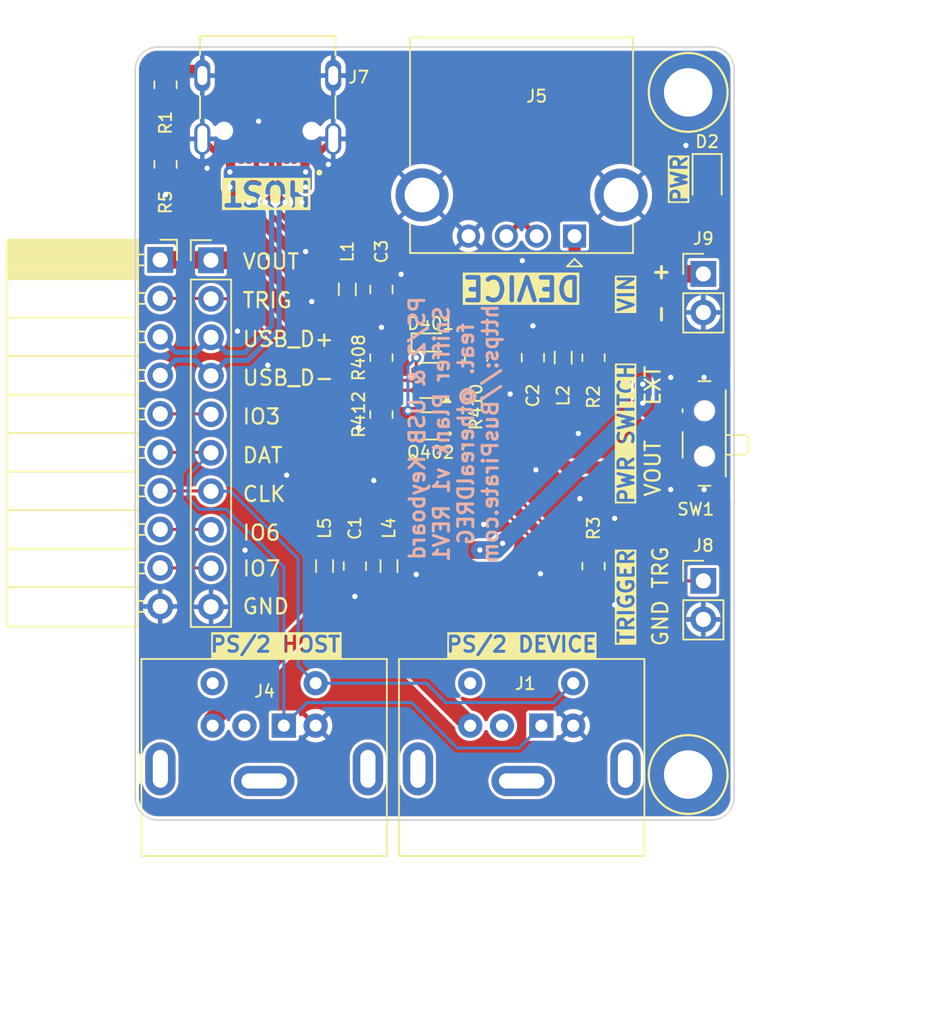
<source format=kicad_pcb>
(kicad_pcb (version 20241229) (generator "pcbnew") (generator_version "9.0")
  (layers (0 "F.Cu" signal) (2 "B.Cu" signal) (13 "F.Paste" user) (15 "B.Paste" user) (5 "F.SilkS" user "F.Silkscreen") (7 "B.SilkS" user "B.Silkscreen") (1 "F.Mask" user) (3 "B.Mask" user) (25 "Edge.Cuts" user))
  (net 0 "")
  (net 1 "VDD")
  (net 3 "DAT")
  (net 4 "Net-(J1-Pad4)")
  (net 5 "CLK")
  (net 6 "USB_D-")
  (net 8 "IO7")
  (net 9 "IO3")
  (net 10 "IO6")
  (net 11 "GND")
  (net 12 "VOUT")
  (net 13 "Net-(D2-A)")
  (net 14 "TRIG")
  (net 15 "USB_D+")
  (net 16 "Net-(J4-Pad4)")
  (net 17 "Net-(J5-VBUS)")
  (net 19 "Net-(J7-VBUS-PadA4B9)")
  (net 20 "Net-(J7-CC1)")
  (net 21 "Net-(J7-CC2)")
  (net 26 "Net-(D401-A)")
  (net 27 "VOUT_BP_SIDE")
  (net 28 "Net-(Q401A-C1)")
  (net 29 "Net-(Q401A-B1)")
  (footprint "TYPE-C-31-M-12:HRO_TYPE-C-31-M-12" (layer "F.Cu") (at 108.5 73.8875 180)
    (property "Reference" "J7" (at -6 -0.1125 0) (layer "F.SilkS") (effects (font (size 0.8 0.8) (thickness 0.13))))
    (property "Value" "TYPE-C-31-M-12")
    (pad "" np_thru_hole circle (at -2.89 -3.65 180) (size 0.7 0.7) (drill 0.7) (layers "*.Cu" "*.Mask"))
    (pad "" np_thru_hole circle (at 2.89 -3.65 180) (size 0.7 0.7) (drill 0.7) (layers "*.Cu" "*.Mask"))
    (pad "A1B12" smd rect (at -3.25 -5.095 180) (size 0.6 1.45) (layers "F.Cu" "F.Mask" "F.Paste") (net 11 "GND"))
    (pad "A4B9" smd rect (at -2.45 -5.095 180) (size 0.6 1.45) (layers "F.Cu" "F.Mask" "F.Paste") (net 19 "Net-(J7-VBUS-PadA4B9)"))
    (pad "A5" smd rect (at -1.25 -5.095 180) (size 0.3 1.45) (layers "F.Cu" "F.Mask" "F.Paste") (net 20 "Net-(J7-CC1)"))
    (pad "A6" smd rect (at -0.25 -5.095 180) (size 0.3 1.45) (layers "F.Cu" "F.Mask" "F.Paste") (net 15 "USB_D+"))
    (pad "A7" smd rect (at 0.25 -5.095 180) (size 0.3 1.45) (layers "F.Cu" "F.Mask" "F.Paste") (net 6 "USB_D-"))
    (pad "A8" smd rect (at 1.25 -5.095 180) (size 0.3 1.45) (layers "F.Cu" "F.Mask" "F.Paste"))
    (pad "B1A12" smd rect (at 3.25 -5.095 180) (size 0.6 1.45) (layers "F.Cu" "F.Mask" "F.Paste") (net 11 "GND"))
    (pad "B4A9" smd rect (at 2.45 -5.095 180) (size 0.6 1.45) (layers "F.Cu" "F.Mask" "F.Paste") (net 19 "Net-(J7-VBUS-PadA4B9)"))
    (pad "B5" smd rect (at 1.75 -5.095 180) (size 0.3 1.45) (layers "F.Cu" "F.Mask" "F.Paste") (net 21 "Net-(J7-CC2)"))
    (pad "B6" smd rect (at 0.75 -5.095 180) (size 0.3 1.45) (layers "F.Cu" "F.Mask" "F.Paste") (net 15 "USB_D+"))
    (pad "B7" smd rect (at -0.75 -5.095 180) (size 0.3 1.45) (layers "F.Cu" "F.Mask" "F.Paste") (net 6 "USB_D-"))
    (pad "B8" smd rect (at -1.75 -5.095 180) (size 0.3 1.45) (layers "F.Cu" "F.Mask" "F.Paste"))
    (pad "S1" thru_hole oval (at -4.32 -4.18 180) (size 1.05 2.1) (drill oval 0.65 1.75) (layers "*.Cu" "*.Mask") (net 11 "GND"))
    (pad "S2" thru_hole oval (at 4.32 -4.18 180) (size 1.05 2.1) (drill oval 0.65 1.75) (layers "*.Cu" "*.Mask") (net 11 "GND"))
    (pad "S3" thru_hole oval (at -4.32 0 180) (size 1.05 2.1) (drill oval 0.65 1.25) (layers "*.Cu" "*.Mask") (net 11 "GND"))
    (pad "S4" thru_hole oval (at 4.32 0 180) (size 1.05 2.1) (drill oval 0.65 1.25) (layers "*.Cu" "*.Mask") (net 11 "GND"))
  )
  (footprint "Inductor_SMD:L_0805_2012Metric" (layer "F.Cu") (at 116.5 106.25 90)
    (property "Reference" "L4" (at 2.5 0 90) (layer "F.SilkS") (effects (font (size 0.8 0.8) (thickness 0.13))))
    (property "Value" "CBW201209U300T")
    (pad "1" smd roundrect (at -1.0625 0 90) (size 0.875 1.2) (layers "F.Cu" "F.Mask" "F.Paste") (net 4 "Net-(J1-Pad4)"))
    (pad "2" smd roundrect (at 1.0625 0 90) (size 0.875 1.2) (layers "F.Cu" "F.Mask" "F.Paste") (net 1 "VDD"))
  )
  (footprint "Package_TO_SOT_SMD:SOT-523" (layer "F.Cu") (at 119.25 97 180)
    (property "Reference" "Q402" (at 0 -1.75 0) (layer "F.SilkS") (effects (font (size 0.8 0.8) (thickness 0.13))))
    (property "Value" "BC2301T 2.8A")
    (pad "1" smd roundrect (at -0.645 -0.5) (size 0.51 0.4) (layers "F.Cu" "F.Mask" "F.Paste") (net 28 "Net-(Q401A-C1)"))
    (pad "2" smd roundrect (at -0.645 0.5) (size 0.51 0.4) (layers "F.Cu" "F.Mask" "F.Paste") (net 12 "VOUT"))
    (pad "3" smd roundrect (at 0.645 0) (size 0.51 0.4) (layers "F.Cu" "F.Mask" "F.Paste") (net 27 "VOUT_BP_SIDE"))
  )
  (footprint "Connector_PinHeader_2.54mm:PinHeader_1x10_P2.54mm_Vertical" (layer "F.Cu") (at 104.75 86.075)
    (property "Reference" "J3" (hide yes))
    (property "Value" "Conn_01x10" (hide yes))
    (pad "1" thru_hole rect (at 0 0) (size 1.7 1.7) (drill 1) (layers "*.Cu" "*.Mask") (net 27 "VOUT_BP_SIDE"))
    (pad "2" thru_hole oval (at 0 2.54) (size 1.7 1.7) (drill 1) (layers "*.Cu" "*.Mask") (net 14 "TRIG"))
    (pad "3" thru_hole oval (at 0 5.08) (size 1.7 1.7) (drill 1) (layers "*.Cu" "*.Mask") (net 15 "USB_D+"))
    (pad "4" thru_hole oval (at 0 7.62) (size 1.7 1.7) (drill 1) (layers "*.Cu" "*.Mask") (net 6 "USB_D-"))
    (pad "5" thru_hole oval (at 0 10.16) (size 1.7 1.7) (drill 1) (layers "*.Cu" "*.Mask") (net 9 "IO3"))
    (pad "6" thru_hole oval (at 0 12.7) (size 1.7 1.7) (drill 1) (layers "*.Cu" "*.Mask") (net 3 "DAT"))
    (pad "7" thru_hole oval (at 0 15.24) (size 1.7 1.7) (drill 1) (layers "*.Cu" "*.Mask") (net 5 "CLK"))
    (pad "8" thru_hole oval (at 0 17.78) (size 1.7 1.7) (drill 1) (layers "*.Cu" "*.Mask") (net 10 "IO6"))
    (pad "9" thru_hole oval (at 0 20.32) (size 1.7 1.7) (drill 1) (layers "*.Cu" "*.Mask") (net 8 "IO7"))
    (pad "10" thru_hole oval (at 0 22.86) (size 1.7 1.7) (drill 1) (layers "*.Cu" "*.Mask") (net 11 "GND"))
  )
  (footprint "Resistor_SMD:R_0805_2012Metric" (layer "F.Cu") (at 130 106.25 90)
    (property "Reference" "R3" (at 2.5 0 90) (layer "F.SilkS") (effects (font (size 0.8 0.8) (thickness 0.13))))
    (property "Value" "2K")
    (pad "1" smd roundrect (at -0.9125 0 90) (size 1.025 1.4) (layers "F.Cu" "F.Mask" "F.Paste") (roundrect_rratio 0.243902) (net 14 "TRIG"))
    (pad "2" smd roundrect (at 0.9125 0 90) (size 1.025 1.4) (layers "F.Cu" "F.Mask" "F.Paste") (roundrect_rratio 0.243902) (net 27 "VOUT_BP_SIDE"))
  )
  (footprint "Resistor_SMD:R_0805_2012Metric" (layer "F.Cu") (at 116 96.25 -90)
    (property "Reference" "R412" (at 0 1.5 90) (layer "F.SilkS") (effects (font (size 0.8 0.8) (thickness 0.13))))
    (property "Value" "100K")
    (pad "1" smd roundrect (at -0.9125 0 270) (size 1.025 1.4) (layers "F.Cu" "F.Mask" "F.Paste") (roundrect_rratio 0.243902) (net 28 "Net-(Q401A-C1)"))
    (pad "2" smd roundrect (at 0.9125 0 270) (size 1.025 1.4) (layers "F.Cu" "F.Mask" "F.Paste") (roundrect_rratio 0.243902) (net 11 "GND"))
  )
  (footprint "Capacitor_SMD:C_0805_2012Metric" (layer "F.Cu") (at 114.25 106.25 -90)
    (property "Reference" "C1" (at -2.5 0 90) (layer "F.SilkS") (effects (font (size 0.8 0.8) (thickness 0.13))))
    (property "Value" "47uF/CL21A226MAYNNNE")
    (pad "1" smd roundrect (at -0.95 0 270) (size 1 1.45) (layers "F.Cu" "F.Mask" "F.Paste") (net 1 "VDD"))
    (pad "2" smd roundrect (at 0.95 0 270) (size 1 1.45) (layers "F.Cu" "F.Mask" "F.Paste") (net 11 "GND"))
  )
  (footprint "Connector_PinSocket_2.54mm:PinSocket_1x10_P2.54mm_Horizontal" (layer "F.Cu") (at 101.4 86.05)
    (property "Reference" "J2" (hide yes))
    (property "Value" "Conn_01x10" (hide yes))
    (pad "1" thru_hole rect (at 0 0) (size 1.7 1.7) (drill 1) (layers "*.Cu" "*.Mask") (net 27 "VOUT_BP_SIDE"))
    (pad "2" thru_hole oval (at 0 2.54) (size 1.7 1.7) (drill 1) (layers "*.Cu" "*.Mask") (net 14 "TRIG"))
    (pad "3" thru_hole oval (at 0 5.08) (size 1.7 1.7) (drill 1) (layers "*.Cu" "*.Mask") (net 15 "USB_D+"))
    (pad "4" thru_hole oval (at 0 7.62) (size 1.7 1.7) (drill 1) (layers "*.Cu" "*.Mask") (net 6 "USB_D-"))
    (pad "5" thru_hole oval (at 0 10.16) (size 1.7 1.7) (drill 1) (layers "*.Cu" "*.Mask") (net 9 "IO3"))
    (pad "6" thru_hole oval (at 0 12.7) (size 1.7 1.7) (drill 1) (layers "*.Cu" "*.Mask") (net 3 "DAT"))
    (pad "7" thru_hole oval (at 0 15.24) (size 1.7 1.7) (drill 1) (layers "*.Cu" "*.Mask") (net 5 "CLK"))
    (pad "8" thru_hole oval (at 0 17.78) (size 1.7 1.7) (drill 1) (layers "*.Cu" "*.Mask") (net 10 "IO6"))
    (pad "9" thru_hole oval (at 0 20.32) (size 1.7 1.7) (drill 1) (layers "*.Cu" "*.Mask") (net 8 "IO7"))
    (pad "10" thru_hole oval (at 0 22.86) (size 1.7 1.7) (drill 1) (layers "*.Cu" "*.Mask") (net 11 "GND"))
  )
  (footprint "Package_TO_SOT_SMD:SOT-363_SC-70-6" (layer "F.Cu") (at 119.25 94 180)
    (property "Reference" "Q401")
    (property "Value" "BCM857BS-7-F")
    (pad "1" smd roundrect (at -0.95 -0.65 180) (size 0.65 0.4) (layers "F.Cu" "F.Mask" "F.Paste") (net 12 "VOUT"))
    (pad "2" smd roundrect (at -0.95 0 180) (size 0.65 0.4) (layers "F.Cu" "F.Mask" "F.Paste") (net 29 "Net-(Q401A-B1)"))
    (pad "3" smd roundrect (at -0.95 0.65 180) (size 0.65 0.4) (layers "F.Cu" "F.Mask" "F.Paste") (net 26 "Net-(D401-A)"))
    (pad "4" smd roundrect (at 0.95 0.65 180) (size 0.65 0.4) (layers "F.Cu" "F.Mask" "F.Paste") (net 27 "VOUT_BP_SIDE"))
    (pad "5" smd roundrect (at 0.95 0 180) (size 0.65 0.4) (layers "F.Cu" "F.Mask" "F.Paste") (net 26 "Net-(D401-A)"))
    (pad "6" smd roundrect (at 0.95 -0.65 180) (size 0.65 0.4) (layers "F.Cu" "F.Mask" "F.Paste") (net 28 "Net-(Q401A-C1)"))
  )
  (footprint "connector-mini-din-6:Connector_Mini-DIN_Female_6Pin_2rows" (layer "F.Cu") (at 109.56 116.775)
    (property "Reference" "J4" (at -1.27 -2.275 0) (layer "F.SilkS") (effects (font (size 0.8 0.8) (thickness 0.13))))
    (property "Value" "Mini-DIN-6")
    (pad "1" thru_hole rect (at 0 0) (size 1.6 1.6) (drill 0.8) (layers "*.Cu" "*.Mask") (net 3 "DAT"))
    (pad "2" thru_hole circle (at -2.6 0) (size 1.6 1.6) (drill 0.8) (layers "*.Cu" "*.Mask"))
    (pad "3" thru_hole circle (at 2.1 0) (size 1.6 1.6) (drill 0.8) (layers "*.Cu" "*.Mask") (net 11 "GND"))
    (pad "4" thru_hole circle (at -4.7 0) (size 1.6 1.6) (drill 0.8) (layers "*.Cu" "*.Mask") (net 16 "Net-(J4-Pad4)"))
    (pad "5" thru_hole circle (at 2.1 -2.8) (size 1.6 1.6) (drill 0.8) (layers "*.Cu" "*.Mask") (net 5 "CLK"))
    (pad "6" thru_hole circle (at -4.7 -2.8) (size 1.6 1.6) (drill 0.8) (layers "*.Cu" "*.Mask"))
    (pad "7" thru_hole oval (at -8.15 2.85) (size 2 3.5) (drill oval 1 2.5) (layers "*.Cu" "*.Mask"))
    (pad "7" thru_hole oval (at -1.3 3.65) (size 4 2) (drill oval 3 1) (layers "*.Cu" "*.Mask"))
    (pad "7" thru_hole oval (at 5.55 2.85) (size 2 3.5) (drill oval 1 2.5) (layers "*.Cu" "*.Mask"))
  )
  (footprint "Connector_USB:USB_A_CONNFLY_DS1095-WNR0" (layer "F.Cu") (at 128.75 84.4775 180)
    (property "Reference" "J5" (at 2.5 9.2275 0) (layer "F.SilkS") (effects (font (size 0.8 0.8) (thickness 0.13))))
    (property "Value" "USB_A")
    (pad "1" thru_hole rect (at 0 0 180) (size 1.524 1.524) (drill 0.92) (layers "*.Cu" "*.Mask") (net 17 "Net-(J5-VBUS)"))
    (pad "2" thru_hole circle (at 2.5 0 180) (size 1.524 1.524) (drill 0.92) (layers "*.Cu" "*.Mask") (net 6 "USB_D-"))
    (pad "3" thru_hole circle (at 4.5 0 180) (size 1.524 1.524) (drill 0.92) (layers "*.Cu" "*.Mask") (net 15 "USB_D+"))
    (pad "4" thru_hole circle (at 7 0 180) (size 1.524 1.524) (drill 0.92) (layers "*.Cu" "*.Mask") (net 11 "GND"))
    (pad "5" thru_hole circle (at -3.07 2.71 180) (size 3.5 3.5) (drill 2.3) (layers "*.Cu" "*.Mask") (net 11 "GND"))
    (pad "5" thru_hole circle (at 10.07 2.71 180) (size 3.5 3.5) (drill 2.3) (layers "*.Cu" "*.Mask") (net 11 "GND"))
  )
  (footprint "Inductor_SMD:L_0805_2012Metric" (layer "F.Cu") (at 113.75 88 90)
    (property "Reference" "L1" (at 2.5 0 90) (layer "F.SilkS") (effects (font (size 0.8 0.8) (thickness 0.13))))
    (property "Value" "CBW201209U300T")
    (pad "1" smd roundrect (at -1.0625 0 90) (size 0.875 1.2) (layers "F.Cu" "F.Mask" "F.Paste") (net 1 "VDD"))
    (pad "2" smd roundrect (at 1.0625 0 90) (size 0.875 1.2) (layers "F.Cu" "F.Mask" "F.Paste") (net 19 "Net-(J7-VBUS-PadA4B9)"))
  )
  (footprint "Connector_PinHeader_2.54mm:PinHeader_1x02_P2.54mm_Vertical" (layer "F.Cu") (at 137.25 86.975)
    (property "Reference" "J9" (at 0 -2.33 0) (layer "F.SilkS") (effects (font (size 0.8 0.8) (thickness 0.13))))
    (property "Value" "Conn_01x02_Pin")
    (pad "1" thru_hole rect (at 0 0) (size 1.7 1.7) (drill 1) (layers "*.Cu" "*.Mask") (net 1 "VDD"))
    (pad "2" thru_hole oval (at 0 2.54) (size 1.7 1.7) (drill 1) (layers "*.Cu" "*.Mask") (net 11 "GND"))
  )
  (footprint "Resistor_SMD:R_0805_2012Metric" (layer "F.Cu") (at 116 92.5 90)
    (property "Reference" "R408" (at 0 -1.5 90) (layer "F.SilkS") (effects (font (size 0.8 0.8) (thickness 0.13))))
    (property "Value" "68K")
    (pad "1" smd roundrect (at -0.9125 0 90) (size 1.025 1.4) (layers "F.Cu" "F.Mask" "F.Paste") (roundrect_rratio 0.243902) (net 26 "Net-(D401-A)"))
    (pad "2" smd roundrect (at 0.9125 0 90) (size 1.025 1.4) (layers "F.Cu" "F.Mask" "F.Paste") (roundrect_rratio 0.243902) (net 11 "GND"))
  )
  (footprint "Diode_SMD:D_SOD-523" (layer "F.Cu") (at 119.25 91.5)
    (property "Reference" "D401" (at 0 -1.25 0) (layer "F.SilkS") (effects (font (size 0.8 0.8) (thickness 0.13))))
    (property "Value" "1N4148WT")
    (pad "1" smd roundrect (at -0.7 0 180) (size 0.6 0.7) (layers "F.Cu" "F.Mask" "F.Paste") (net 27 "VOUT_BP_SIDE"))
    (pad "2" smd roundrect (at 0.7 0 180) (size 0.6 0.7) (layers "F.Cu" "F.Mask" "F.Paste") (net 26 "Net-(D401-A)"))
  )
  (footprint "Resistor_SMD:R_0805_2012Metric" (layer "F.Cu") (at 101.75 74.5 -90)
    (property "Reference" "R1" (at 2.5 0 90) (layer "F.SilkS") (effects (font (size 0.8 0.8) (thickness 0.13))))
    (property "Value" "5.1K")
    (pad "1" smd roundrect (at -0.9125 0 270) (size 1.025 1.4) (layers "F.Cu" "F.Mask" "F.Paste") (roundrect_rratio 0.243902) (net 11 "GND"))
    (pad "2" smd roundrect (at 0.9125 0 270) (size 1.025 1.4) (layers "F.Cu" "F.Mask" "F.Paste") (roundrect_rratio 0.243902) (net 20 "Net-(J7-CC1)"))
  )
  (footprint "connector-mini-din-6:Connector_Mini-DIN_Female_6Pin_2rows" (layer "F.Cu") (at 126.56 116.775)
    (property "Reference" "J1" (at -1.06 -2.775 0) (layer "F.SilkS") (effects (font (size 0.8 0.8) (thickness 0.13))))
    (property "Value" "Mini-DIN-6")
    (pad "1" thru_hole rect (at 0 0) (size 1.6 1.6) (drill 0.8) (layers "*.Cu" "*.Mask") (net 3 "DAT"))
    (pad "2" thru_hole circle (at -2.6 0) (size 1.6 1.6) (drill 0.8) (layers "*.Cu" "*.Mask"))
    (pad "3" thru_hole circle (at 2.1 0) (size 1.6 1.6) (drill 0.8) (layers "*.Cu" "*.Mask") (net 11 "GND"))
    (pad "4" thru_hole circle (at -4.7 0) (size 1.6 1.6) (drill 0.8) (layers "*.Cu" "*.Mask") (net 4 "Net-(J1-Pad4)"))
    (pad "5" thru_hole circle (at 2.1 -2.8) (size 1.6 1.6) (drill 0.8) (layers "*.Cu" "*.Mask") (net 5 "CLK"))
    (pad "6" thru_hole circle (at -4.7 -2.8) (size 1.6 1.6) (drill 0.8) (layers "*.Cu" "*.Mask"))
    (pad "7" thru_hole oval (at -8.15 2.85) (size 2 3.5) (drill oval 1 2.5) (layers "*.Cu" "*.Mask"))
    (pad "7" thru_hole oval (at -1.3 3.65) (size 4 2) (drill oval 3 1) (layers "*.Cu" "*.Mask"))
    (pad "7" thru_hole oval (at 5.55 2.85) (size 2 3.5) (drill oval 1 2.5) (layers "*.Cu" "*.Mask"))
  )
  (footprint "Connector_PinHeader_2.54mm:PinHeader_1x02_P2.54mm_Vertical" (layer "F.Cu") (at 137.25 107.225)
    (property "Reference" "J8" (at 0 -2.33 0) (layer "F.SilkS") (effects (font (size 0.8 0.8) (thickness 0.13))))
    (property "Value" "Conn_01x02_Pin")
    (pad "1" thru_hole rect (at 0 0) (size 1.7 1.7) (drill 1) (layers "*.Cu" "*.Mask") (net 14 "TRIG"))
    (pad "2" thru_hole oval (at 0 2.54) (size 1.7 1.7) (drill 1) (layers "*.Cu" "*.Mask") (net 11 "GND"))
  )
  (footprint "Inductor_SMD:L_0805_2012Metric" (layer "F.Cu") (at 112.25 106.25 90)
    (property "Reference" "L5" (at 2.5 0 90) (layer "F.SilkS") (effects (font (size 0.8 0.8) (thickness 0.13))))
    (property "Value" "CBW201209U300T")
    (pad "1" smd roundrect (at -1.0625 0 90) (size 0.875 1.2) (layers "F.Cu" "F.Mask" "F.Paste") (net 16 "Net-(J4-Pad4)"))
    (pad "2" smd roundrect (at 1.0625 0 90) (size 0.875 1.2) (layers "F.Cu" "F.Mask" "F.Paste") (net 1 "VDD"))
  )
  (footprint "Resistor_SMD:R_0805_2012Metric" (layer "F.Cu") (at 122.25 92.5 90)
    (property "Reference" "R410" (at -3.25 0 90) (layer "F.SilkS") (effects (font (size 0.8 0.8) (thickness 0.13))))
    (property "Value" "10K")
    (pad "1" smd roundrect (at -0.9125 0 90) (size 1.025 1.4) (layers "F.Cu" "F.Mask" "F.Paste") (roundrect_rratio 0.243902) (net 29 "Net-(Q401A-B1)"))
    (pad "2" smd roundrect (at 0.9125 0 90) (size 1.025 1.4) (layers "F.Cu" "F.Mask" "F.Paste") (roundrect_rratio 0.243902) (net 26 "Net-(D401-A)"))
  )
  (footprint "Button_Switch_SMD:SW_SPDT_PCM12" (layer "F.Cu") (at 137 97.5 90)
    (property "Reference" "SW1" (at -5 -0.25 180) (layer "F.SilkS") (effects (font (size 0.8 0.8) (thickness 0.13))))
    (property "Value" "SW_SPDT")
    (pad "" smd rect (at -3.65 -0.78 90) (size 1 0.8) (layers "F.Cu" "F.Mask" "F.Paste"))
    (pad "" smd rect (at -3.65 1.43 90) (size 1 0.8) (layers "F.Cu" "F.Mask" "F.Paste"))
    (pad "" np_thru_hole circle (at -1.5 0.33 90) (size 0.9 0.9) (drill 0.9) (layers "*.Cu" "*.Mask"))
    (pad "" np_thru_hole circle (at 1.5 0.33 90) (size 0.9 0.9) (drill 0.9) (layers "*.Cu" "*.Mask"))
    (pad "" smd rect (at 3.65 -0.78 90) (size 1 0.8) (layers "F.Cu" "F.Mask" "F.Paste"))
    (pad "" smd rect (at 3.65 1.43 90) (size 1 0.8) (layers "F.Cu" "F.Mask" "F.Paste"))
    (pad "1" smd rect (at -2.25 -1.43 90) (size 0.7 1.5) (layers "F.Cu" "F.Mask" "F.Paste") (net 12 "VOUT"))
    (pad "2" smd rect (at 0.75 -1.43 90) (size 0.7 1.5) (layers "F.Cu" "F.Mask" "F.Paste") (net 1 "VDD"))
    (pad "3" smd rect (at 2.25 -1.43 90) (size 0.7 1.5) (layers "F.Cu" "F.Mask" "F.Paste"))
  )
  (footprint "Resistor_SMD:R_0805_2012Metric" (layer "F.Cu") (at 130 92.5 90)
    (property "Reference" "R2" (at -2.5875 0 90) (layer "F.SilkS") (effects (font (size 0.8 0.8) (thickness 0.13))))
    (property "Value" "2K" (hide yes))
    (pad "1" smd roundrect (at -0.9125 0 90) (size 1.025 1.4) (layers "F.Cu" "F.Mask" "F.Paste") (roundrect_rratio 0.243902439) (net 1 "VDD"))
    (pad "2" smd roundrect (at 0.9125 0 90) (size 1.025 1.4) (layers "F.Cu" "F.Mask" "F.Paste") (roundrect_rratio 0.243902439) (net 13 "Net-(D2-A)"))
  )
  (footprint "Capacitor_SMD:C_0805_2012Metric" (layer "F.Cu") (at 126 92.5 90)
    (property "Reference" "C2" (at -2.5 0 90) (layer "F.SilkS") (effects (font (size 0.8 0.8) (thickness 0.13))))
    (property "Value" "47uF/CL21A226MAYNNNE")
    (pad "1" smd roundrect (at -0.95 0 90) (size 1 1.45) (layers "F.Cu" "F.Mask" "F.Paste") (net 1 "VDD"))
    (pad "2" smd roundrect (at 0.95 0 90) (size 1 1.45) (layers "F.Cu" "F.Mask" "F.Paste") (net 11 "GND"))
  )
  (footprint "Inductor_SMD:L_0805_2012Metric" (layer "F.Cu") (at 128 92.5 90)
    (property "Reference" "L2" (at -2.5 0 90) (layer "F.SilkS") (effects (font (size 0.8 0.8) (thickness 0.13))))
    (property "Value" "CBW201209U300T")
    (pad "1" smd roundrect (at -1.0625 0 90) (size 0.875 1.2) (layers "F.Cu" "F.Mask" "F.Paste") (net 1 "VDD"))
    (pad "2" smd roundrect (at 1.0625 0 90) (size 0.875 1.2) (layers "F.Cu" "F.Mask" "F.Paste") (net 17 "Net-(J5-VBUS)"))
  )
  (footprint "Capacitor_SMD:C_0805_2012Metric" (layer "F.Cu") (at 116 88 90)
    (property "Reference" "C3" (at 2.5 0 90) (layer "F.SilkS") (effects (font (size 0.8 0.8) (thickness 0.13))))
    (property "Value" "47uF/CL21A226MAYNNNE")
    (pad "1" smd roundrect (at -0.95 0 90) (size 1 1.45) (layers "F.Cu" "F.Mask" "F.Paste") (net 1 "VDD"))
    (pad "2" smd roundrect (at 0.95 0 90) (size 1 1.45) (layers "F.Cu" "F.Mask" "F.Paste") (net 11 "GND"))
  )
  (footprint "LED_SMD:LED_0805_2012Metric" (layer "F.Cu") (at 137.5 80.75 -90)
    (property "Reference" "D2" (at -2.5 0 180) (layer "F.SilkS") (effects (font (size 0.8 0.8) (thickness 0.13))))
    (property "Value" "LED" (hide yes))
    (pad "1" smd roundrect (at -0.9375 0 270) (size 0.975 1.4) (layers "F.Cu" "F.Mask" "F.Paste") (net 11 "GND"))
    (pad "2" smd roundrect (at 0.9375 0 270) (size 0.975 1.4) (layers "F.Cu" "F.Mask" "F.Paste") (net 13 "Net-(D2-A)"))
  )
  (footprint "Resistor_SMD:R_0805_2012Metric" (layer "F.Cu") (at 101.75 79.75 90)
    (property "Reference" "R5" (at -2.5 0 90) (layer "F.SilkS") (effects (font (size 0.8 0.8) (thickness 0.13))))
    (property "Value" "5.1K")
    (pad "1" smd roundrect (at -0.9125 0 90) (size 1.025 1.4) (layers "F.Cu" "F.Mask" "F.Paste") (roundrect_rratio 0.243902) (net 11 "GND"))
    (pad "2" smd roundrect (at 0.9125 0 90) (size 1.025 1.4) (layers "F.Cu" "F.Mask" "F.Paste") (roundrect_rratio 0.243902) (net 21 "Net-(J7-CC2)"))
  )
  (gr_circle (center 136.25 75) (end 138.85 75) (stroke (width 0.15)) (fill no) (layer "F.SilkS"))
  (gr_circle (center 136.25 120) (end 138.85 120) (stroke (width 0.15)) (fill no) (layer "F.SilkS"))
  (gr_line (start 139.28391 121.500383) (end 139.28391 73.534293) (stroke (width 0.1)) (layer "Edge.Cuts"))
  (gr_arc (start 101.249947 122.999945) (mid 100.189321 122.560586) (end 99.75 121.499945) (stroke (width 0.1)) (layer "Edge.Cuts"))
  (gr_arc (start 137.78391 72.000383) (mid 138.856494 72.451779) (end 139.283527 73.534293) (stroke (width 0.1)) (layer "Edge.Cuts"))
  (gr_line (start 101.28391 72.000383) (end 137.78391 72.000383) (stroke (width 0.1)) (layer "Edge.Cuts"))
  (gr_line (start 99.75 121.499945) (end 99.75 73.5) (stroke (width 0.1)) (layer "Edge.Cuts"))
  (gr_arc (start 139.28391 121.500383) (mid 138.832512 122.572964) (end 137.75 123) (stroke (width 0.1)) (layer "Edge.Cuts"))
  (gr_line (start 101.249947 122.999945) (end 137.75 122.999945) (stroke (width 0.1)) (layer "Edge.Cuts"))
  (gr_arc (start 99.75 73.5) (mid 100.201397 72.427418) (end 101.28391 72.000383) (stroke (width 0.1)) (layer "Edge.Cuts"))
  (gr_text "GND TRG" (at 135 108.25 90) (layer "F.SilkS") (effects (font (size 1 1)) (justify bottom)))
  (gr_text "IO7" (at 106.75 107 0) (layer "F.SilkS") (effects (font (size 1 1)) (justify left bottom)))
  (gr_text "PS/2 DEVICE" (at 125.25 112 0) (layer "F.SilkS" knockout) (effects (font (size 1 1) (thickness 0.2) (bold yes)) (justify bottom)))
  (gr_text "USB_D-" (at 106.75 94.416665 0) (layer "F.SilkS") (effects (font (size 1 1)) (justify left bottom)))
  (gr_text "USB_D+" (at 106.75 91.86111 0) (layer "F.SilkS") (effects (font (size 1 1)) (justify left bottom)))
  (gr_text "HOST" (at 108.5 80.75 180) (layer "F.SilkS" knockout) (effects (font (size 1.5 1.5) (thickness 0.3) (bold yes)) (justify bottom)))
  (gr_text "-  +" (at 135 88.25 90) (layer "F.SilkS") (effects (font (size 1 1) (thickness 0.2) (bold yes)) (justify bottom)))
  (gr_text "PWR" (at 136.25 80.75 90) (layer "F.SilkS" knockout) (effects (font (size 1 1) (thickness 0.2) (bold yes)) (justify bottom)))
  (gr_text "GND" (at 106.75 109.5 0) (layer "F.SilkS") (effects (font (size 1 1)) (justify left bottom)))
  (gr_text "IO6" (at 106.75 104.638885 0) (layer "F.SilkS") (effects (font (size 1 1)) (justify left bottom)))
  (gr_text "VOUT" (at 106.75 86.75 0) (layer "F.SilkS") (effects (font (size 1 1)) (justify left bottom)))
  (gr_text "TRIG" (at 106.75 89.305555 0) (layer "F.SilkS") (effects (font (size 1 1)) (justify left bottom)))
  (gr_text "VIN" (at 132.75 88.25 90) (layer "F.SilkS" knockout) (effects (font (size 1 1) (thickness 0.2) (bold yes)) (justify bottom)))
  (gr_text "DAT" (at 106.75 99.527775 0) (layer "F.SilkS") (effects (font (size 1 1)) (justify left bottom)))
  (gr_text "CLK" (at 106.75 102.08333 0) (layer "F.SilkS") (effects (font (size 1 1)) (justify left bottom)))
  (gr_text "IO3" (at 106.75 96.97222 0) (layer "F.SilkS") (effects (font (size 1 1)) (justify left bottom)))
  (gr_text "TRIGGER" (at 132.75 108.25 90) (layer "F.SilkS" knockout) (effects (font (size 1 1) (thickness 0.2) (bold yes)) (justify bottom)))
  (gr_text "DEVICE" (at 125.25 87 180) (layer "F.SilkS" knockout) (effects (font (size 1.5 1.5) (thickness 0.3) (bold yes)) (justify bottom)))
  (gr_text "PWR SWITCH" (at 132.75 97.5 90) (layer "F.SilkS" knockout) (effects (font (size 1 1) (thickness 0.2) (bold yes)) (justify bottom)))
  (gr_text "VOUT   EXT" (at 134.5 101.75 90) (layer "F.SilkS") (effects (font (size 1 1)) (justify left bottom)))
  (gr_text "PS/2 HOST" (at 109 112 0) (layer "F.SilkS" knockout) (effects (font (size 1 1) (thickness 0.2) (bold yes)) (justify bottom)))
  (gr_text "PS/2 & USB Keyboard \nSniffer Plank v1 REV1\nfeat. @therealDREG\nhttps://BusPirate.com" (at 120.777 97.536 90) (layer "B.SilkS") (effects (font (size 1 1) (thickness 0.2) (bold yes)) (justify mirror)))
  (segment (start 123.5625 105.1875) (end 124 104.75) (width 1.1684) (layer "F.Cu") (net 1))
  (segment (start 135.57 96.75) (end 134.5 96.75) (width 1.1684) (layer "F.Cu") (net 1))
  (segment (start 122.5 105.1875) (end 123.5625 105.1875) (width 1.1684) (layer "F.Cu") (net 1))
  (segment (start 134.5 96.75) (end 133.25 95.5) (width 1.1684) (layer "F.Cu") (net 1))
  (segment (start 114.25 105.3) (end 116.3875 105.3) (width 1.1684) (layer "F.Cu") (net 1))
  (segment (start 126 93.45) (end 124.95 93.45) (width 1.1684) (layer "F.Cu") (net 1))
  (segment (start 124.95 93.45) (end 124.25 92.75) (width 1.1684) (layer "F.Cu") (net 1))
  (segment (start 128 93.5625) (end 126.1125 93.5625) (width 1.1684) (layer "F.Cu") (net 1))
  (segment (start 126.1125 93.5625) (end 126 93.45) (width 1.1684) (layer "F.Cu") (net 1))
  (segment (start 116.5 105.1875) (end 122.5 105.1875) (width 1.1684) (layer "F.Cu") (net 1))
  (segment (start 133.25 89) (end 135.275 86.975) (width 1.1684) (layer "F.Cu") (net 1))
  (segment (start 124.25 90.5) (end 122.7 88.95) (width 1.1684) (layer "F.Cu") (net 1))
  (segment (start 112.25 105.1875) (end 114.1375 105.1875) (width 1.1684) (layer "F.Cu") (net 1))
  (segment (start 124.25 92.75) (end 124.25 90.5) (width 1.1684) (layer "F.Cu") (net 1))
  (segment (start 113.8625 88.95) (end 113.75 89.0625) (width 1.1684) (layer "F.Cu") (net 1))
  (segment (start 128 93.5625) (end 129.85 93.5625) (width 1.1684) (layer "F.Cu") (net 1))
  (segment (start 116.3875 105.3) (end 116.5 105.1875) (width 1.1684) (layer "F.Cu") (net 1))
  (segment (start 116 88.95) (end 113.8625 88.95) (width 1.1684) (layer "F.Cu") (net 1))
  (segment (start 135.275 86.975) (end 137.25 86.975) (width 1.1684) (layer "F.Cu") (net 1))
  (segment (start 133.25 93.4125) (end 130 93.4125) (width 1.1684) (layer "F.Cu") (net 1))
  (segment (start 133.25 93.4125) (end 133.25 89) (width 1.1684) (layer "F.Cu") (net 1))
  (segment (start 133.25 94.25) (end 133.25 93.4125) (width 1.1684) (layer "F.Cu") (net 1))
  (segment (start 114.1375 105.1875) (end 114.25 105.3) (width 1.1684) (layer "F.Cu") (net 1))
  (segment (start 129.85 93.5625) (end 130 93.4125) (width 1.1684) (layer "F.Cu") (net 1))
  (segment (start 122.7 88.95) (end 116 88.95) (width 1.1684) (layer "F.Cu") (net 1))
  (segment (start 133.25 95.5) (end 133.25 94.25) (width 1.1684) (layer "F.Cu") (net 1))
  (via (at 133.25 95.5) (size 0.6548) (drill 0.35) (layers "F.Cu" "B.Cu") (net 1))
  (via (at 133.25 94.25) (size 0.6548) (drill 0.35) (layers "F.Cu" "B.Cu") (net 1))
  (via (at 124 104.75) (size 0.6548) (drill 0.35) (layers "F.Cu" "B.Cu") (net 1))
  (via (at 122.5 105.1875) (size 0.6548) (drill 0.35) (layers "F.Cu" "B.Cu") (net 1))
  (segment (start 122.5 105.1875) (end 123.5625 105.1875) (width 1.1684) (layer "B.Cu") (net 1))
  (segment (start 133.25 95.5) (end 133.25 94.25) (width 1.1684) (layer "B.Cu") (net 1))
  (segment (start 124 104.75) (end 133.25 95.5) (width 1.1684) (layer "B.Cu") (net 1))
  (segment (start 123.5625 105.1875) (end 124 104.75) (width 1.1684) (layer "B.Cu") (net 1))
  (segment (start 101.4 98.75) (end 104.725 98.75) (width 0.2032) (layer "F.Cu") (net 3))
  (segment (start 104.725 98.75) (end 104.75 98.775) (width 0.2032) (layer "F.Cu") (net 3))
  (segment (start 118 115.25) (end 121 118.25) (width 0.2032) (layer "B.Cu") (net 3))
  (segment (start 104.75 98.775) (end 103.25 100.275) (width 0.2032) (layer "B.Cu") (net 3))
  (segment (start 109.56 116.775) (end 111.085 115.25) (width 0.2032) (layer "B.Cu") (net 3))
  (segment (start 103.25 100.275) (end 103.25 101.75) (width 0.2032) (layer "B.Cu") (net 3))
  (segment (start 125.085 118.25) (end 126.56 116.775) (width 0.2032) (layer "B.Cu") (net 3))
  (segment (start 109.56 106.31) (end 109.56 116.775) (width 0.2032) (layer "B.Cu") (net 3))
  (segment (start 105.75 102.5) (end 109.56 106.31) (width 0.2032) (layer "B.Cu") (net 3))
  (segment (start 111.085 115.25) (end 118 115.25) (width 0.2032) (layer "B.Cu") (net 3))
  (segment (start 104 102.5) (end 105.75 102.5) (width 0.2032) (layer "B.Cu") (net 3))
  (segment (start 103.25 101.75) (end 104 102.5) (width 0.2032) (layer "B.Cu") (net 3))
  (segment (start 121 118.25) (end 125.085 118.25) (width 0.2032) (layer "B.Cu") (net 3))
  (segment (start 116.5 107.3125) (end 116.5 111.415) (width 1.1684) (layer "F.Cu") (net 4))
  (segment (start 116.5 111.415) (end 121.86 116.775) (width 1.1684) (layer "F.Cu") (net 4))
  (segment (start 104.725 101.29) (end 104.75 101.315) (width 0.2032) (layer "F.Cu") (net 5))
  (segment (start 101.4 101.29) (end 104.725 101.29) (width 0.2032) (layer "F.Cu") (net 5))
  (segment (start 110.5 105.75) (end 106.065 101.315) (width 0.2032) (layer "B.Cu") (net 5))
  (segment (start 106.065 101.315) (end 104.75 101.315) (width 0.2032) (layer "B.Cu") (net 5))
  (segment (start 111.66 113.975) (end 118.975 113.975) (width 0.2032) (layer "B.Cu") (net 5))
  (segment (start 120.25 115.25) (end 127.385 115.25) (width 0.2032) (layer "B.Cu") (net 5))
  (segment (start 110.5 112.815) (end 110.5 105.75) (width 0.2032) (layer "B.Cu") (net 5))
  (segment (start 118.975 113.975) (end 120.25 115.25) (width 0.2032) (layer "B.Cu") (net 5))
  (segment (start 127.385 115.25) (end 128.66 113.975) (width 0.2032) (layer "B.Cu") (net 5))
  (segment (start 111.66 113.975) (end 110.5 112.815) (width 0.2032) (layer "B.Cu") (net 5))
  (segment (start 109.25 78) (end 109.25 78.9825) (width 0.35) (layer "F.Cu") (net 6))
  (segment (start 109.25 82.65) (end 109.25 82.896446) (width 0.35) (layer "F.Cu") (net 6))
  (segment (start 114.75 78.896446) (end 116.896446 76.75) (width 0.35) (layer "F.Cu") (net 6))
  (segment (start 116.896446 76.75) (end 123.603554 76.75) (width 0.35) (layer "F.Cu") (net 6))
  (segment (start 109 77.75) (end 109.25 78) (width 0.35) (layer "F.Cu") (net 6))
  (segment (start 109.25 82.896446) (end 110.103554 83.75) (width 0.35) (layer "F.Cu") (net 6))
  (segment (start 112.146446 83.75) (end 114.75 81.146446) (width 0.35) (layer "F.Cu") (net 6))
  (segment (start 108.25 78) (end 108.5 77.75) (width 0.35) (layer "F.Cu") (net 6))
  (segment (start 110.103554 83.75) (end 112.146446 83.75) (width 0.35) (layer "F.Cu") (net 6))
  (segment (start 125.5 78.646446) (end 125.5 83.7275) (width 0.35) (layer "F.Cu") (net 6))
  (segment (start 108.5 77.75) (end 109 77.75) (width 0.35) (layer "F.Cu") (net 6))
  (segment (start 114.75 81.146446) (end 114.75 78.896446) (width 0.35) (layer "F.Cu") (net 6))
  (segment (start 108.25 78.9825) (end 108.25 78) (width 0.35) (layer "F.Cu") (net 6))
  (segment (start 123.603554 76.75) (end 125.5 78.646446) (width 0.35) (layer "F.Cu") (net 6))
  (segment (start 125.5 83.7275) (end 126.25 84.4775) (width 0.35) (layer "F.Cu") (net 6))
  (segment (start 109.25 81.85) (end 109.25 78.9825) (width 0.35) (layer "F.Cu") (net 6))
  (segment (start 109.65 82.25) (end 109.25 82.65) (width 0.35) (layer "F.Cu") (net 6))
  (segment (start 109.65 82.25) (end 109.25 81.85) (width 0.35) (layer "F.Cu") (net 6))
  (via (at 109.65 82.25) (size 0.6548) (drill 0.35) (layers "F.Cu" "B.Cu") (net 6))
  (segment (start 102.42 92.65) (end 103.25 92.65) (width 0.35) (layer "B.Cu") (net 6))
  (segment (start 105.77 92.675) (end 104.75 93.695) (width 0.35) (layer "B.Cu") (net 6))
  (segment (start 107.178554 92.675) (end 105.77 92.675) (width 0.35) (layer "B.Cu") (net 6))
  (segment (start 103.25 92.65) (end 103.275 92.675) (width 0.35) (layer "B.Cu") (net 6))
  (segment (start 101.4 93.67) (end 102.42 92.65) (width 0.35) (layer "B.Cu") (net 6))
  (segment (start 103.275 92.675) (end 103.73 92.675) (width 0.35) (layer "B.Cu") (net 6))
  (segment (start 109.25 82.65) (end 109.25 90.603554) (width 0.35) (layer "B.Cu") (net 6))
  (segment (start 103.73 92.675) (end 104.75 93.695) (width 0.35) (layer "B.Cu") (net 6))
  (segment (start 109.65 82.25) (end 109.25 82.65) (width 0.35) (layer "B.Cu") (net 6))
  (segment (start 109.25 90.603554) (end 107.178554 92.675) (width 0.35) (layer "B.Cu") (net 6))
  (segment (start 101.4 106.37) (end 104.725 106.37) (width 0.2032) (layer "F.Cu") (net 8))
  (segment (start 104.725 106.37) (end 104.75 106.395) (width 0.2032) (layer "F.Cu") (net 8))
  (segment (start 104.725 96.21) (end 104.75 96.235) (width 0.2032) (layer "F.Cu") (net 9))
  (segment (start 101.4 96.21) (end 104.725 96.21) (width 0.2032) (layer "F.Cu") (net 9))
  (segment (start 101.4 103.83) (end 104.725 103.83) (width 0.2032) (layer "F.Cu") (net 10))
  (segment (start 104.725 103.83) (end 104.75 103.855) (width 0.2032) (layer "F.Cu") (net 10))
  (segment (start 101.75 73.5875) (end 103.88 73.5875) (width 0.8128) (layer "F.Cu") (net 11))
  (segment (start 111.75 78.9825) (end 111.905 78.9825) (width 0.4064) (layer "F.Cu") (net 11))
  (segment (start 111.905 78.9825) (end 112.82 78.0675) (width 0.4064) (layer "F.Cu") (net 11))
  (segment (start 105.25 79.25) (end 104.5 80) (width 0.4064) (layer "F.Cu") (net 11))
  (segment (start 114.25 108.25) (end 114.25 107.2) (width 0.8128) (layer "F.Cu") (net 11))
  (segment (start 101.75 80.6625) (end 101.75 81.75) (width 0.8128) (layer "F.Cu") (net 11))
  (segment (start 117.25 87.05) (end 117.3 87) (width 0.8128) (layer "F.Cu") (net 11))
  (segment (start 114.5625 97.1625) (end 114.5 97.1) (width 0.8128) (layer "F.Cu") (net 11))
  (segment (start 111.75 78.9825) (end 111.75 79) (width 0.4064) (layer "F.Cu") (net 11))
  (segment (start 105.25 78.9825) (end 105.25 79.25) (width 0.4064) (layer "F.Cu") (net 11))
  (segment (start 116 97.1625) (end 114.5625 97.1625) (width 0.8128) (layer "F.Cu") (net 11))
  (segment (start 105.095 78.9825) (end 104.18 78.0675) (width 0.4064) (layer "F.Cu") (net 11))
  (segment (start 116 91.5875) (end 116 90.5) (width 0.8128) (layer "F.Cu") (net 11))
  (segment (start 105.25 78.9825) (end 105.095 78.9825) (width 0.4064) (layer "F.Cu") (net 11))
  (segment (start 111.75 79) (end 112.5 79.75) (width 0.4064) (layer "F.Cu") (net 11))
  (segment (start 126 91.55) (end 126 90.4) (width 0.8128) (layer "F.Cu") (net 11))
  (segment (start 116 87.05) (end 117.25 87.05) (width 0.8128) (layer "F.Cu") (net 11))
  (segment (start 103.88 73.5875) (end 104.18 73.8875) (width 0.8128) (layer "F.Cu") (net 11))
  (via (at 137.3 93.8) (size 0.6548) (drill 0.35) (layers "F.Cu" "B.Cu") (net 11))
  (via (at 112.5 79.75) (size 0.6548) (drill 0.35) (layers "F.Cu" "B.Cu") (net 11))
  (via (at 125.3 86.1) (size 0.6548) (drill 0.35) (layers "F.Cu" "B.Cu") (net 11))
  (via (at 111.4 88.8) (size 0.6548) (drill 0.35) (layers "F.Cu" "B.Cu") (net 11))
  (via (at 115.5 100.6) (size 0.6548) (drill 0.35) (layers "F.Cu" "B.Cu") (net 11))
  (via (at 135.1 93.8) (size 0.6548) (drill 0.35) (layers "F.Cu" "B.Cu") (net 11))
  (via (at 108.5 93) (size 0.6548) (drill 0.35) (layers "F.Cu" "B.Cu") (net 11))
  (via (at 101.75 81.75) (size 0.6548) (drill 0.35) (layers "F.Cu" "B.Cu") (net 11))
  (via (at 107.9 76.9) (size 0.6548) (drill 0.35) (layers "F.Cu" "B.Cu") (net 11))
  (via (at 124.5 94.9) (size 0.6548) (drill 0.35) (layers "F.Cu" "B.Cu") (net 11))
  (via (at 116 90.5) (size 0.6548) (drill 0.35) (layers "F.Cu" "B.Cu") (net 11))
  (via (at 129 97.5) (size 0.6548) (drill 0.35) (layers "F.Cu" "B.Cu") (net 11))
  (via (at 122.75 103.5) (size 0.6548) (drill 0.35) (layers "F.Cu" "B.Cu") (net 11))
  (via (at 107.25 82.25) (size 0.6548) (drill 0.35) (layers "F.Cu" "B.Cu") (net 11))
  (via (at 136.25 120) (size 3.4) (drill 3.2) (layers "F.Cu" "B.Cu") (net 11))
  (via (at 118.3 106.8) (size 0.6548) (drill 0.35) (layers "F.Cu" "B.Cu") (net 11))
  (via (at 117.3 87) (size 0.6548) (drill 0.35) (layers "F.Cu" "B.Cu") (net 11))
  (via (at 135.1 101.2) (size 0.6548) (drill 0.35) (layers "F.Cu" "B.Cu") (net 11))
  (via (at 111 85.5) (size 0.6548) (drill 0.35) (layers "F.Cu" "B.Cu") (net 11))
  (via (at 114.25 108.25) (size 0.6548) (drill 0.35) (layers "F.Cu" "B.Cu") (net 11))
  (via (at 110.75 82.25) (size 0.6548) (drill 0.35) (layers "F.Cu" "B.Cu") (net 11))
  (via (at 137.3 101.2) (size 0.6548) (drill 0.35) (layers "F.Cu" "B.Cu") (net 11))
  (via (at 136.25 75) (size 3.4) (drill 3.2) (layers "F.Cu" "B.Cu") (net 11))
  (via (at 104.5 80) (size 0.6548) (drill 0.35) (layers "F.Cu" "B.Cu") (net 11))
  (via (at 126 90.4) (size 0.6548) (drill 0.35) (layers "F.Cu" "B.Cu") (net 11))
  (via (at 131.4 108.8) (size 0.6548) (drill 0.35) (layers "F.Cu" "B.Cu") (net 11))
  (via (at 109.75 100.25) (size 0.6548) (drill 0.35) (layers "F.Cu" "B.Cu") (net 11))
  (via (at 114.5 97.1) (size 0.6548) (drill 0.35) (layers "F.Cu" "B.Cu") (net 11))
  (via (at 131.4 103.1) (size 0.6548) (drill 0.35) (layers "F.Cu" "B.Cu") (net 11))
  (via (at 106.5 90.75) (size 0.6548) (drill 0.35) (layers "F.Cu" "B.Cu") (net 11))
  (via (at 107 105.2) (size 0.6548) (drill 0.35) (layers "F.Cu" "B.Cu") (net 11))
  (via (at 136.1 78.5) (size 0.6548) (drill 0.35) (layers "F.Cu" "B.Cu") (net 11))
  (via (at 126.2 99.9) (size 0.6548) (drill 0.35) (layers "F.Cu" "B.Cu") (net 11))
  (via (at 129.1 101.8) (size 0.6548) (drill 0.35) (layers "F.Cu" "B.Cu") (net 11))
  (via (at 126.5 106.75) (size 0.6548) (drill 0.35) (layers "F.Cu" "B.Cu") (net 11))
  (segment (start 128.25 99.75) (end 125 96.5) (width 0.8128) (layer "F.Cu") (net 12))
  (segment (start 120.2 94.65) (end 120.2 96.195) (width 0.2032) (layer "F.Cu") (net 12))
  (segment (start 125 96.5) (end 121 96.5) (width 0.8128) (layer "F.Cu") (net 12))
  (segment (start 135.57 99.75) (end 130 99.75) (width 0.8128) (layer "F.Cu") (net 12))
  (segment (start 120.2 96.195) (end 119.895 96.5) (width 0.2032) (layer "F.Cu") (net 12))
  (segment (start 130 99.75) (end 128.25 99.75) (width 0.8128) (layer "F.Cu") (net 12))
  (segment (start 137.28125 81.6875) (end 130 88.96875) (width 0.2032) (layer "F.Cu") (net 13))
  (segment (start 137.5 81.6875) (end 137.28125 81.6875) (width 0.2032) (layer "F.Cu") (net 13))
  (segment (start 130 88.96875) (end 130 91.5875) (width 0.2032) (layer "F.Cu") (net 13))
  (segment (start 110 92.5) (end 110 98) (width 0.2032) (layer "F.Cu") (net 14))
  (segment (start 130.4125 107.1625) (end 130.475 107.225) (width 0.2032) (layer "F.Cu") (net 14))
  (segment (start 106.115 88.615) (end 110 92.5) (width 0.2032) (layer "F.Cu") (net 14))
  (segment (start 130.475 107.225) (end 137.25 107.225) (width 0.2032) (layer "F.Cu") (net 14))
  (segment (start 101.4 88.59) (end 104.725 88.59) (width 0.2032) (layer "F.Cu") (net 14))
  (segment (start 123.75 102.25) (end 128.6625 107.1625) (width 0.2032) (layer "F.Cu") (net 14))
  (segment (start 128.6625 107.1625) (end 130 107.1625) (width 0.2032) (layer "F.Cu") (net 14))
  (segment (start 110 98) (end 114.25 102.25) (width 0.2032) (layer "F.Cu") (net 14))
  (segment (start 104.75 88.615) (end 106.115 88.615) (width 0.2032) (layer "F.Cu") (net 14))
  (segment (start 104.725 88.59) (end 104.75 88.615) (width 0.2032) (layer "F.Cu") (net 14))
  (segment (start 130 107.1625) (end 130.4125 107.1625) (width 0.2032) (layer "F.Cu") (net 14))
  (segment (start 114.25 102.25) (end 123.75 102.25) (width 0.2032) (layer "F.Cu") (net 14))
  (segment (start 123.396446 77.25) (end 125 78.853554) (width 0.35) (layer "F.Cu") (net 15))
  (segment (start 108.35 82.25) (end 108.75 81.85) (width 0.35) (layer "F.Cu") (net 15))
  (segment (start 108.75 81.85) (end 108.75 80.25) (width 0.35) (layer "F.Cu") (net 15))
  (segment (start 109.896446 84.25) (end 112.353554 84.25) (width 0.35) (layer "F.Cu") (net 15))
  (segment (start 125 83.7275) (end 124.25 84.4775) (width 0.35) (layer "F.Cu") (net 15))
  (segment (start 108.75 83.103554) (end 109.896446 84.25) (width 0.35) (layer "F.Cu") (net 15))
  (segment (start 108.75 78.9825) (end 108.75 80.25) (width 0.35) (layer "F.Cu") (net 15))
  (segment (start 107.75 80) (end 108 80.25) (width 0.35) (layer "F.Cu") (net 15))
  (segment (start 108 80.25) (end 108.75 80.25) (width 0.35) (layer "F.Cu") (net 15))
  (segment (start 108.75 82.65) (end 108.75 83.103554) (width 0.35) (layer "F.Cu") (net 15))
  (segment (start 112.353554 84.25) (end 115.25 81.353554) (width 0.35) (layer "F.Cu") (net 15))
  (segment (start 107.75 78.9825) (end 107.75 80) (width 0.35) (layer "F.Cu") (net 15))
  (segment (start 108.35 82.25) (end 108.75 82.65) (width 0.35) (layer "F.Cu") (net 15))
  (segment (start 125 78.853554) (end 125 83.7275) (width 0.35) (layer "F.Cu") (net 15))
  (segment (start 117.103554 77.25) (end 123.396446 77.25) (width 0.35) (layer "F.Cu") (net 15))
  (segment (start 115.25 81.353554) (end 115.25 79.103554) (width 0.35) (layer "F.Cu") (net 15))
  (segment (start 115.25 79.103554) (end 117.103554 77.25) (width 0.35) (layer "F.Cu") (net 15))
  (via (at 108.35 82.25) (size 0.6548) (drill 0.35) (layers "F.Cu" "B.Cu") (net 15))
  (segment (start 103.46634 92.175) (end 103.73 92.175) (width 0.35) (layer "B.Cu") (net 15))
  (segment (start 106.971446 92.175) (end 105.77 92.175) (width 0.35) (layer "B.Cu") (net 15))
  (segment (start 103.73 92.175) (end 104.75 91.155) (width 0.35) (layer "B.Cu") (net 15))
  (segment (start 101.4 91.13) (end 102.42 92.15) (width 0.35) (layer "B.Cu") (net 15))
  (segment (start 105.77 92.175) (end 104.75 91.155) (width 0.35) (layer "B.Cu") (net 15))
  (segment (start 108.75 82.65) (end 108.75 90.396446) (width 0.35) (layer "B.Cu") (net 15))
  (segment (start 108.75 90.396446) (end 106.971446 92.175) (width 0.35) (layer "B.Cu") (net 15))
  (segment (start 103.44134 92.15) (end 103.46634 92.175) (width 0.35) (layer "B.Cu") (net 15))
  (segment (start 102.42 92.15) (end 103.44134 92.15) (width 0.35) (layer "B.Cu") (net 15))
  (segment (start 108.35 82.25) (end 108.75 82.65) (width 0.35) (layer "B.Cu") (net 15))
  (segment (start 104.86 116.775) (end 104.86 116.39) (width 1.1684) (layer "F.Cu") (net 16))
  (segment (start 104.86 116.39) (end 112.25 109) (width 1.1684) (layer "F.Cu") (net 16))
  (segment (start 112.25 109) (end 112.25 107.3125) (width 1.1684) (layer "F.Cu") (net 16))
  (segment (start 128 91.4375) (end 128 87.75) (width 0.8128) (layer "F.Cu") (net 17))
  (segment (start 128.75 87) (end 128 87.75) (width 0.8128) (layer "F.Cu") (net 17))
  (segment (start 128.75 84.4775) (end 128.75 87) (width 0.8128) (layer "F.Cu") (net 17))
  (segment (start 111 80.25) (end 111 81.25) (width 0.8128) (layer "F.Cu") (net 19))
  (segment (start 106 81.25) (end 106 80.25) (width 0.8128) (layer "F.Cu") (net 19))
  (segment (start 110.95 78.9825) (end 110.95 80.2) (width 0.6096) (layer "F.Cu") (net 19))
  (segment (start 106.05 78.9825) (end 106.05 80.2) (width 0.6096) (layer "F.Cu") (net 19))
  (segment (start 106 82.75) (end 110.1875 86.9375) (width 0.8128) (layer "F.Cu") (net 19))
  (segment (start 110.1875 86.9375) (end 113.75 86.9375) (width 0.8128) (layer "F.Cu") (net 19))
  (segment (start 106 81.25) (end 106 82.75) (width 0.8128) (layer "F.Cu") (net 19))
  (segment (start 106.05 80.2) (end 106 80.25) (width 0.6096) (layer "F.Cu") (net 19))
  (segment (start 110.95 80.2) (end 111 80.25) (width 0.6096) (layer "F.Cu") (net 19))
  (via (at 106 81.25) (size 0.6548) (drill 0.35) (layers "F.Cu" "B.Cu") (net 19))
  (via (at 106 80.25) (size 0.6548) (drill 0.35) (layers "F.Cu" "B.Cu") (net 19))
  (via (at 111 80.25) (size 0.6548) (drill 0.35) (layers "F.Cu" "B.Cu") (net 19))
  (via (at 111 81.25) (size 0.6548) (drill 0.35) (layers "F.Cu" "B.Cu") (net 19))
  (segment (start 106 80.25) (end 106 81.25) (width 0.8128) (layer "B.Cu") (net 19))
  (segment (start 111 80.25) (end 111 81.25) (width 0.8128) (layer "B.Cu") (net 19))
  (segment (start 111 80.25) (end 106 80.25) (width 0.8128) (layer "B.Cu") (net 19))
  (segment (start 101.8375 75.5) (end 108 75.5) (width 0.2032) (layer "F.Cu") (net 20))
  (segment (start 109.75 77.25) (end 109.75 78.9825) (width 0.2032) (layer "F.Cu") (net 20))
  (segment (start 101.75 75.4125) (end 101.8375 75.5) (width 0.2032) (layer "F.Cu") (net 20))
  (segment (start 108 75.5) (end 109.75 77.25) (width 0.2032) (layer "F.Cu") (net 20))
  (segment (start 106.75 77) (end 106 76.25) (width 0.2032) (layer "F.Cu") (net 21))
  (segment (start 106 76.25) (end 103.5 76.25) (width 0.2032) (layer "F.Cu") (net 21))
  (segment (start 103.5 76.25) (end 101.75 78) (width 0.2032) (layer "F.Cu") (net 21))
  (segment (start 101.75 78) (end 101.75 78.8375) (width 0.2032) (layer "F.Cu") (net 21))
  (segment (start 106.75 78.9825) (end 106.75 77) (width 0.2032) (layer "F.Cu") (net 21))
  (segment (start 116.5875 94) (end 116 93.4125) (width 0.2032) (layer "F.Cu") (net 26))
  (segment (start 120.2 93.35) (end 119.4 93.35) (width 0.2032) (layer "F.Cu") (net 26))
  (segment (start 120.2 93.35) (end 120.2 92.5) (width 0.2032) (layer "F.Cu") (net 26))
  (segment (start 122.25 91.5875) (end 120.0375 91.5875) (width 0.2032) (layer "F.Cu") (net 26))
  (segment (start 119.4 93.35) (end 118.75 94) (width 0.2032) (layer "F.Cu") (net 26))
  (segment (start 119.95 92.25) (end 120.2 92.5) (width 0.2032) (layer "F.Cu") (net 26))
  (segment (start 119.95 91.5) (end 119.95 92.25) (width 0.2032) (layer "F.Cu") (net 26))
  (segment (start 118.75 94) (end 118.3 94) (width 0.2032) (layer "F.Cu") (net 26))
  (segment (start 118.3 94) (end 116.5875 94) (width 0.2032) (layer "F.Cu") (net 26))
  (segment (start 120.0375 91.5875) (end 119.95 91.5) (width 0.2032) (layer "F.Cu") (net 26))
  (segment (start 101.4 86.05) (end 104.725 86.05) (width 1.1684) (layer "F.Cu") (net 27))
  (segment (start 118.605 97) (end 118.605 96.855) (width 0.2032) (layer "F.Cu") (net 27))
  (segment (start 118.3 91.75) (end 118.55 91.5) (width 0.2032) (layer "F.Cu") (net 27))
  (segment (start 112 96.75) (end 114.25 99) (width 1.1684) (layer "F.Cu") (net 27))
  (segment (start 128.5875 105.3375) (end 129.6458 105.3375) (width 0.2032) (layer "F.Cu") (net 27))
  (segment (start 121 100.5) (end 123.75 100.5) (width 0.2032) (layer "F.Cu") (net 27))
  (segment (start 118.3 93.35) (end 118.3 92.5) (width 0.2032) (layer "F.Cu") (net 27))
  (segment (start 118.4 97.9) (end 121 100.5) (width 0.2032) (layer "F.Cu") (net 27))
  (segment (start 114.25 99) (end 117.3 99) (width 1.1684) (layer "F.Cu") (net 27))
  (segment (start 118.3 92.5) (end 118.3 91.75) (width 0.2032) (layer "F.Cu") (net 27))
  (segment (start 104.725 86.05) (end 104.75 86.075) (width 1.1684) (layer "F.Cu") (net 27))
  (segment (start 112 91.75) (end 112 96.75) (width 1.1684) (layer "F.Cu") (net 27))
  (segment (start 123.75 100.5) (end 128.5875 105.3375) (width 0.2032) (layer "F.Cu") (net 27))
  (segment (start 104.75 86.075) (end 106.325 86.075) (width 1.1684) (layer "F.Cu") (net 27))
  (segment (start 117.3 99) (end 118.4 97.9) (width 1.1684) (layer "F.Cu") (net 27))
  (segment (start 118.605 96.855) (end 117.75 96) (width 0.2032) (layer "F.Cu") (net 27))
  (segment (start 106.325 86.075) (end 112 91.75) (width 1.1684) (layer "F.Cu") (net 27))
  (via (at 118.3 92.5) (size 0.6548) (drill 0.35) (layers "F.Cu" "B.Cu") (net 27))
  (via (at 117.75 96) (size 0.6548) (drill 0.35) (layers "F.Cu" "B.Cu") (net 27))
  (segment (start 117.75 93.05) (end 118.3 92.5) (width 0.2032) (layer "B.Cu") (net 27))
  (segment (start 117.75 96) (end 117.75 93.05) (width 0.2032) (layer "B.Cu") (net 27))
  (segment (start 118.3 94.65) (end 116.6875 94.65) (width 0.2032) (layer "F.Cu") (net 28))
  (segment (start 119.75 97.5) (end 119.25 97) (width 0.2032) (layer "F.Cu") (net 28))
  (segment (start 119.25 95.5) (end 118.4 94.65) (width 0.2032) (layer "F.Cu") (net 28))
  (segment (start 119.25 97) (end 119.25 95.5) (width 0.2032) (layer "F.Cu") (net 28))
  (segment (start 119.895 97.5) (end 119.75 97.5) (width 0.2032) (layer "F.Cu") (net 28))
  (segment (start 118.4 94.65) (end 118.3 94.65) (width 0.2032) (layer "F.Cu") (net 28))
  (segment (start 116.6875 94.65) (end 116 95.3375) (width 0.2032) (layer "F.Cu") (net 28))
  (segment (start 121.6625 94) (end 122.25 93.4125) (width 0.2032) (layer "F.Cu") (net 29))
  (segment (start 120.2 94) (end 121.6625 94) (width 0.2032) (layer "F.Cu") (net 29))
  (zone (net 12) (net_name "VOUT") (layer "F.Cu") (priority 2) (connect_pads yes (clearance 0.2)) (min_thickness 0.2) (fill yes (thermal_gap 0.5) (thermal_bridge_width 0.5) (smoothing fillet) (radius 0.25))
    (polygon (pts (xy 119.6 96.2) (xy 120 95.8) (xy 122.3 95.8) (xy 122.6 96.1) (xy 122.6 96.9) (xy 122.4 97.1) (xy 120 97.1) (xy 119.6 96.7)))
  )
  (zone (net 27) (net_name "VOUT_BP_SIDE") (layer "F.Cu") (priority 1) (connect_pads yes (clearance 0.2)) (min_thickness 0.2) (fill yes (thermal_gap 0.5) (thermal_bridge_width 0.5) (smoothing fillet) (radius 0.25))
    (polygon (pts (xy 117 95.75) (xy 119 95.75) (xy 119 98.5) (xy 117.915 99.585) (xy 117 99.585)))
  )
  (zone (net 11) (net_name "GND") (layers "F.Cu" "B.Cu") (connect_pads thru_hole_only (clearance 0.2)) (min_thickness 0.25) (fill yes (thermal_gap 0.3) (thermal_bridge_width 0.3))
    (polygon (pts (xy 99.75 72) (xy 139.25 72) (xy 139.25 123) (xy 99.75 123)))
  )
)
</source>
